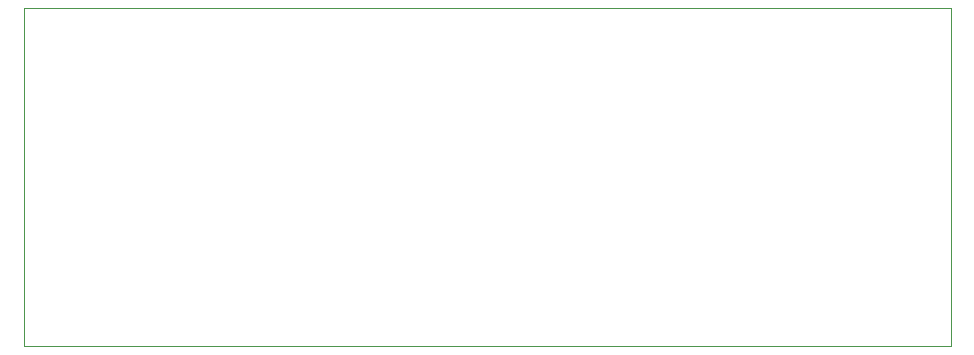
<source format=gko>
G04 Layer_Color=16711935*
%FSLAX44Y44*%
%MOMM*%
G71*
G01*
G75*
%ADD24C,0.1000*%
D24*
X-392430Y-143380D02*
Y142370D01*
X392430D01*
Y-143380D02*
Y142370D01*
X-392430Y-143380D02*
X392430D01*
M02*

</source>
